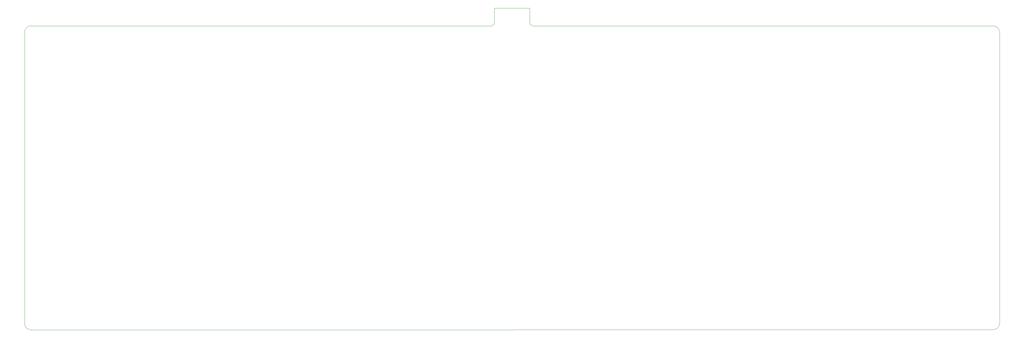
<source format=gbr>
%TF.GenerationSoftware,KiCad,Pcbnew,9.0.3*%
%TF.CreationDate,2025-08-06T18:50:18-07:00*%
%TF.ProjectId,PCB-Keyboard-EDIPO,5043422d-4b65-4796-926f-6172642d4544,rev?*%
%TF.SameCoordinates,Original*%
%TF.FileFunction,Profile,NP*%
%FSLAX46Y46*%
G04 Gerber Fmt 4.6, Leading zero omitted, Abs format (unit mm)*
G04 Created by KiCad (PCBNEW 9.0.3) date 2025-08-06 18:50:18*
%MOMM*%
%LPD*%
G01*
G04 APERTURE LIST*
%TA.AperFunction,Profile*%
%ADD10C,0.100000*%
%TD*%
G04 APERTURE END LIST*
D10*
X19460852Y53985852D02*
G75*
G02*
X17460752Y55985852I-52J2000048D01*
G01*
X320260852Y53995720D02*
X19460852Y53985852D01*
X176418750Y149235786D02*
X320260786Y149235786D01*
X175418750Y150235786D02*
X175418750Y154781250D01*
X176418750Y149235786D02*
G75*
G02*
X175418786Y150235786I-50J999914D01*
G01*
X320260786Y149235786D02*
G75*
G02*
X322260786Y147235786I14J-1999986D01*
G01*
X164306250Y150235786D02*
X164306250Y154781250D01*
X17460786Y55985852D02*
X17460786Y147235786D01*
X322260786Y147235786D02*
X322260786Y55995720D01*
X322260786Y55995720D02*
G75*
G02*
X320260852Y53995714I-1999986J-20D01*
G01*
X17460786Y147235786D02*
G75*
G02*
X19460786Y149235814I2000014J14D01*
G01*
X164306250Y154781250D02*
X175418750Y154781250D01*
X163314685Y149235786D02*
X19460786Y149235786D01*
X164306250Y150235786D02*
G75*
G02*
X163306250Y149235750I-1000050J14D01*
G01*
M02*

</source>
